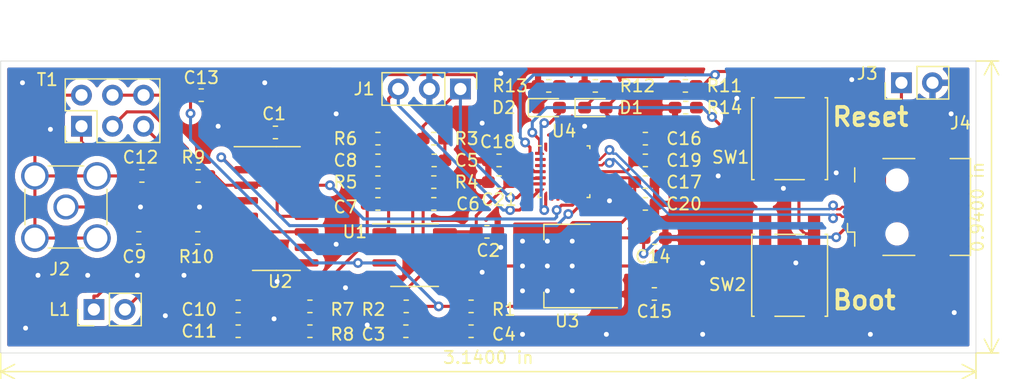
<source format=kicad_pcb>
(kicad_pcb (version 20171130) (host pcbnew 5.1.5-52549c5~86~ubuntu19.10.1)
  (layers (0 F.Cu signal) (31 B.Cu signal) (34 B.Paste user) (35 F.Paste user) (36 B.SilkS user) (37 F.SilkS user) (38 B.Mask user) (39 F.Mask user) (44 Edge.Cuts user))
  (net 0 "")
  (net 1 GND)
  (net 2 +3V3)
  (net 3 "Net-(C13-Pad1)")
  (net 4 "Net-(C5-Pad2)")
  (net 5 "Net-(C5-Pad1)")
  (net 6 "Net-(C6-Pad2)")
  (net 7 "Net-(C7-Pad2)")
  (net 8 "Net-(C7-Pad1)")
  (net 9 "Net-(C8-Pad1)")
  (net 10 "Net-(C9-Pad2)")
  (net 11 "Net-(C9-Pad1)")
  (net 12 "Net-(C10-Pad1)")
  (net 13 "Net-(C11-Pad1)")
  (net 14 "Net-(C12-Pad2)")
  (net 15 "Net-(C12-Pad1)")
  (net 16 VBUS)
  (net 17 "Net-(D1-Pad1)")
  (net 18 LED)
  (net 19 "Net-(D2-Pad1)")
  (net 20 Q)
  (net 21 I)
  (net 22 "Net-(J4-Pad4)")
  (net 23 "Net-(J4-Pad6)")
  (net 24 "Net-(R9-Pad2)")
  (net 25 "Net-(R9-Pad1)")
  (net 26 "Net-(R10-Pad2)")
  (net 27 "Net-(R10-Pad1)")
  (net 28 "Net-(R11-Pad2)")
  (net 29 /BOOT0)
  (net 30 CLK0)
  (net 31 "Net-(U2-Pad13)")
  (net 32 "Net-(U2-Pad10)")
  (net 33 "Net-(U2-Pad5)")
  (net 34 "Net-(U2-Pad4)")
  (net 35 CLK1)
  (net 36 "Net-(U4-Pad28)")
  (net 37 "Net-(U4-Pad27)")
  (net 38 "Net-(U4-Pad26)")
  (net 39 "Net-(U4-Pad25)")
  (net 40 "Net-(U4-Pad24)")
  (net 41 "Net-(U4-Pad23)")
  (net 42 "Net-(U4-Pad22)")
  (net 43 "Net-(U4-Pad21)")
  (net 44 "Net-(U4-Pad15)")
  (net 45 "Net-(U4-Pad12)")
  (net 46 "Net-(U4-Pad11)")
  (net 47 "Net-(U4-Pad10)")
  (net 48 "Net-(U4-Pad9)")
  (net 49 "Net-(U4-Pad3)")
  (net 50 "Net-(U4-Pad2)")
  (net 51 /USB+)
  (net 52 /USB-)
  (module Connector_PinHeader_2.54mm:PinHeader_1x02_P2.54mm_Vertical (layer F.Cu) (at 87.884 13.97 90)
    (fp_text reference J3 (at 0.762 -2.794) (layer F.SilkS))
    (fp_text value Conn_01x02_Male)
    (pad 2 thru_hole oval (at 0 2.54 90) (size 1.7 1.7) (drill 1) (layers *.Cu *.Mask) (net 1 GND))
    (pad 1 thru_hole rect (at 0 0 90) (size 1.7 1.7) (drill 1) (layers *.Cu *.Mask) (net 16 VBUS))
  )
  (module Connector_PinHeader_2.54mm:PinHeader_1x03_P2.54mm_Vertical (layer F.Cu) (at 51.816 14.478 270)
    (fp_text reference J1 (at 0 7.874 180) (layer F.SilkS))
    (fp_text value Conn_01x03_Male)
    (pad 3 thru_hole oval (at 0 5.08 270) (size 1.7 1.7) (drill 1) (layers *.Cu *.Mask) (net 20 Q))
    (pad 2 thru_hole oval (at 0 2.54 270) (size 1.7 1.7) (drill 1) (layers *.Cu *.Mask) (net 1 GND))
    (pad 1 thru_hole rect (at 0 0 270) (size 1.7 1.7) (drill 1) (layers *.Cu *.Mask) (net 21 I))
  )
  (module Connector_PinHeader_2.54mm:PinHeader_1x02_P2.54mm_Vertical (layer F.Cu) (at 21.844 32.512 90)
    (fp_text reference L1 (at 0 -2.794 180) (layer F.SilkS))
    (fp_text value 3.9u)
    (pad 2 thru_hole oval (at 0 2.54 90) (size 1.7 1.7) (drill 1) (layers *.Cu *.Mask) (net 15 "Net-(C12-Pad1)"))
    (pad 1 thru_hole rect (at 0 0 90) (size 1.7 1.7) (drill 1) (layers *.Cu *.Mask) (net 11 "Net-(C9-Pad1)"))
  )
  (module Connector_PinHeader_2.54mm:PinHeader_2x03_P2.54mm_Vertical (layer F.Cu) (at 20.828 17.526 90)
    (fp_text reference T1 (at 3.81 -2.794 180) (layer F.SilkS))
    (fp_text value 6.8u)
    (pad 6 thru_hole oval (at 2.54 5.08 90) (size 1.7 1.7) (drill 1) (layers *.Cu *.Mask) (net 3 "Net-(C13-Pad1)"))
    (pad 5 thru_hole oval (at 0 5.08 90) (size 1.7 1.7) (drill 1) (layers *.Cu *.Mask) (net 26 "Net-(R10-Pad2)"))
    (pad 4 thru_hole oval (at 2.54 2.54 90) (size 1.7 1.7) (drill 1) (layers *.Cu *.Mask) (net 3 "Net-(C13-Pad1)"))
    (pad 3 thru_hole oval (at 0 2.54 90) (size 1.7 1.7) (drill 1) (layers *.Cu *.Mask) (net 24 "Net-(R9-Pad2)"))
    (pad 2 thru_hole oval (at 2.54 0 90) (size 1.7 1.7) (drill 1) (layers *.Cu *.Mask) (net 14 "Net-(C12-Pad2)"))
    (pad 1 thru_hole rect (at 0 0 90) (size 1.7 1.7) (drill 1) (layers *.Cu *.Mask) (net 15 "Net-(C12-Pad1)"))
  )
  (module Button_Switch_SMD:SW_SPST_EVQQ2 (layer F.Cu) (at 78.74 29.718 90)
    (fp_text reference SW2 (at -0.762 -5.08) (layer F.SilkS))
    (fp_text value DFU)
    (pad 2 smd rect (at 3.4 2 90) (size 3.2 1) (layers F.Cu F.Paste F.Mask) (net 29 /BOOT0))
    (pad 2 smd rect (at -3.4 2 90) (size 3.2 1) (layers F.Cu F.Paste F.Mask) (net 29 /BOOT0))
    (pad 1 smd rect (at -3.4 -2 90) (size 3.2 1) (layers F.Cu F.Paste F.Mask) (net 2 +3V3))
    (pad 1 smd rect (at 3.4 -2 90) (size 3.2 1) (layers F.Cu F.Paste F.Mask) (net 2 +3V3))
  )
  (module Button_Switch_SMD:SW_SPST_EVQQ2 (layer F.Cu) (at 78.74 18.542 90)
    (fp_text reference SW1 (at -1.524 -4.826) (layer F.SilkS))
    (fp_text value RST)
    (pad 2 smd rect (at 3.4 2 90) (size 3.2 1) (layers F.Cu F.Paste F.Mask) (net 28 "Net-(R11-Pad2)"))
    (pad 2 smd rect (at -3.4 2 90) (size 3.2 1) (layers F.Cu F.Paste F.Mask) (net 28 "Net-(R11-Pad2)"))
    (pad 1 smd rect (at -3.4 -2 90) (size 3.2 1) (layers F.Cu F.Paste F.Mask) (net 1 GND))
    (pad 1 smd rect (at 3.4 -2 90) (size 3.2 1) (layers F.Cu F.Paste F.Mask) (net 1 GND))
  )
  (module Connector_Coaxial:SMA_Amphenol_901-144_Vertical (layer F.Cu) (at 19.558 24.13 180)
    (fp_text reference J2 (at 0.508 -5.08) (layer F.SilkS))
    (fp_text value Conn_Coaxial)
    (pad 2 thru_hole circle (at -2.54 2.54 180) (size 2.25 2.25) (drill 1.7) (layers *.Cu *.Mask) (net 14 "Net-(C12-Pad2)"))
    (pad 2 thru_hole circle (at -2.54 -2.54 180) (size 2.25 2.25) (drill 1.7) (layers *.Cu *.Mask) (net 14 "Net-(C12-Pad2)"))
    (pad 2 thru_hole circle (at 2.54 -2.54 180) (size 2.25 2.25) (drill 1.7) (layers *.Cu *.Mask) (net 14 "Net-(C12-Pad2)"))
    (pad 2 thru_hole circle (at 2.54 2.54 180) (size 2.25 2.25) (drill 1.7) (layers *.Cu *.Mask) (net 14 "Net-(C12-Pad2)"))
    (pad 1 thru_hole circle (at 0 0 180) (size 2.05 2.05) (drill 1.5) (layers *.Cu *.Mask) (net 10 "Net-(C9-Pad2)"))
  )
  (module Connector_USB:USB_Mini-B_Wuerth_65100516121_Horizontal (layer F.Cu) (at 87.524 24.13 90)
    (fp_text reference J4 (at 6.858 5.186) (layer F.SilkS))
    (fp_text value USB_B_Mini)
    (pad "" np_thru_hole circle (at 2.2 0 90) (size 0.9 0.9) (drill 0.9) (layers *.Cu *.Mask))
    (pad "" np_thru_hole circle (at -2.2 0 90) (size 0.9 0.9) (drill 0.9) (layers *.Cu *.Mask))
    (pad 5 smd rect (at 1.6 -2.6 90) (size 0.5 2.5) (layers F.Cu F.Paste F.Mask) (net 1 GND))
    (pad 4 smd rect (at 0.8 -2.6 90) (size 0.5 2.5) (layers F.Cu F.Paste F.Mask) (net 22 "Net-(J4-Pad4)"))
    (pad 3 smd rect (at 0 -2.6 90) (size 0.5 2.5) (layers F.Cu F.Paste F.Mask) (net 51 /USB+))
    (pad 2 smd rect (at -0.8 -2.6 90) (size 0.5 2.5) (layers F.Cu F.Paste F.Mask) (net 52 /USB-))
    (pad 1 smd rect (at -1.6 -2.6 90) (size 0.5 2.5) (layers F.Cu F.Paste F.Mask) (net 16 VBUS))
    (pad 6 smd rect (at 4.4 -2.6 90) (size 2 2.5) (layers F.Cu F.Paste F.Mask) (net 23 "Net-(J4-Pad6)"))
    (pad 6 smd rect (at -4.4 -2.6 90) (size 2 2.5) (layers F.Cu F.Paste F.Mask) (net 23 "Net-(J4-Pad6)"))
    (pad 6 smd rect (at 4.4 2.9 90) (size 2 2.5) (layers F.Cu F.Paste F.Mask) (net 23 "Net-(J4-Pad6)"))
    (pad 6 smd rect (at -4.4 2.9 90) (size 2 2.5) (layers F.Cu F.Paste F.Mask) (net 23 "Net-(J4-Pad6)"))
  )
  (module Package_DFN_QFN:QFN-28_4x4mm_P0.5mm (layer F.Cu) (at 60.2925 21.2415)
    (fp_text reference U4 (at 0 -3.32) (layer F.SilkS))
    (fp_text value STM32F042G4Ux)
    (pad 28 smd custom (at -1.5 -1.9975) (size 0.136863 0.136863) (layers F.Cu F.Paste F.Mask) (net 36 "Net-(U4-Pad28)") (options (clearance outline) (anchor circle)) (primitives (gr_poly (pts (xy -0.08 -0.3325) (xy 0.08 -0.3325) (xy 0.08 0.3325) (xy 0.05364 0.3325) (xy -0.08 0.19886)) (width 0.09))))
    (pad 27 smd roundrect (at -1 -1.9375) (size 0.25 0.875) (layers F.Cu F.Paste F.Mask) (net 37 "Net-(U4-Pad27)"))
    (pad 26 smd roundrect (at -0.5 -1.9375) (size 0.25 0.875) (layers F.Cu F.Paste F.Mask) (net 38 "Net-(U4-Pad26)"))
    (pad 25 smd roundrect (at 0 -1.9375) (size 0.25 0.875) (layers F.Cu F.Paste F.Mask) (net 39 "Net-(U4-Pad25)"))
    (pad 24 smd roundrect (at 0.5 -1.9375) (size 0.25 0.875) (layers F.Cu F.Paste F.Mask) (net 40 "Net-(U4-Pad24)"))
    (pad 23 smd roundrect (at 1 -1.9375) (size 0.25 0.875) (layers F.Cu F.Paste F.Mask) (net 41 "Net-(U4-Pad23)"))
    (pad 22 smd custom (at 1.5 -1.9975) (size 0.136863 0.136863) (layers F.Cu F.Paste F.Mask) (net 42 "Net-(U4-Pad22)") (options (clearance outline) (anchor circle)) (primitives (gr_poly (pts (xy -0.08 -0.3325) (xy 0.08 -0.3325) (xy 0.08 0.19886) (xy -0.05364 0.3325) (xy -0.08 0.3325)) (width 0.09))))
    (pad 21 smd custom (at 1.9975 -1.5) (size 0.136863 0.136863) (layers F.Cu F.Paste F.Mask) (net 43 "Net-(U4-Pad21)") (options (clearance outline) (anchor circle)) (primitives (gr_poly (pts (xy -0.3325 0.05364) (xy -0.19886 -0.08) (xy 0.3325 -0.08) (xy 0.3325 0.08) (xy -0.3325 0.08)) (width 0.09))))
    (pad 20 smd roundrect (at 1.9375 -1) (size 0.875 0.25) (layers F.Cu F.Paste F.Mask) (net 51 /USB+))
    (pad 19 smd roundrect (at 1.9375 -0.5) (size 0.875 0.25) (layers F.Cu F.Paste F.Mask) (net 52 /USB-))
    (pad 18 smd roundrect (at 1.9375 0) (size 0.875 0.25) (layers F.Cu F.Paste F.Mask) (net 2 +3V3))
    (pad 17 smd roundrect (at 1.9375 0.5) (size 0.875 0.25) (layers F.Cu F.Paste F.Mask) (net 2 +3V3))
    (pad 16 smd roundrect (at 1.9375 1) (size 0.875 0.25) (layers F.Cu F.Paste F.Mask) (net 1 GND))
    (pad 15 smd custom (at 1.9975 1.5) (size 0.136863 0.136863) (layers F.Cu F.Paste F.Mask) (net 44 "Net-(U4-Pad15)") (options (clearance outline) (anchor circle)) (primitives (gr_poly (pts (xy -0.3325 -0.08) (xy 0.3325 -0.08) (xy 0.3325 0.08) (xy -0.19886 0.08) (xy -0.3325 -0.05364)) (width 0.09))))
    (pad 14 smd custom (at 1.5 1.9975) (size 0.136863 0.136863) (layers F.Cu F.Paste F.Mask) (net 35 CLK1) (options (clearance outline) (anchor circle)) (primitives (gr_poly (pts (xy -0.08 -0.3325) (xy -0.05364 -0.3325) (xy 0.08 -0.19886) (xy 0.08 0.3325) (xy -0.08 0.3325)) (width 0.09))))
    (pad 13 smd roundrect (at 1 1.9375) (size 0.25 0.875) (layers F.Cu F.Paste F.Mask) (net 30 CLK0))
    (pad 12 smd roundrect (at 0.5 1.9375) (size 0.25 0.875) (layers F.Cu F.Paste F.Mask) (net 45 "Net-(U4-Pad12)"))
    (pad 11 smd roundrect (at 0 1.9375) (size 0.25 0.875) (layers F.Cu F.Paste F.Mask) (net 46 "Net-(U4-Pad11)"))
    (pad 10 smd roundrect (at -0.5 1.9375) (size 0.25 0.875) (layers F.Cu F.Paste F.Mask) (net 47 "Net-(U4-Pad10)"))
    (pad 9 smd roundrect (at -1 1.9375) (size 0.25 0.875) (layers F.Cu F.Paste F.Mask) (net 48 "Net-(U4-Pad9)"))
    (pad 8 smd custom (at -1.5 1.9975) (size 0.136863 0.136863) (layers F.Cu F.Paste F.Mask) (net 18 LED) (options (clearance outline) (anchor circle)) (primitives (gr_poly (pts (xy -0.08 -0.19886) (xy 0.05364 -0.3325) (xy 0.08 -0.3325) (xy 0.08 0.3325) (xy -0.08 0.3325)) (width 0.09))))
    (pad 7 smd custom (at -1.9975 1.5) (size 0.136863 0.136863) (layers F.Cu F.Paste F.Mask) (net 20 Q) (options (clearance outline) (anchor circle)) (primitives (gr_poly (pts (xy -0.3325 -0.08) (xy 0.3325 -0.08) (xy 0.3325 -0.05364) (xy 0.19886 0.08) (xy -0.3325 0.08)) (width 0.09))))
    (pad 6 smd roundrect (at -1.9375 1) (size 0.875 0.25) (layers F.Cu F.Paste F.Mask) (net 21 I))
    (pad 5 smd roundrect (at -1.9375 0.5) (size 0.875 0.25) (layers F.Cu F.Paste F.Mask) (net 2 +3V3))
    (pad 4 smd roundrect (at -1.9375 0) (size 0.875 0.25) (layers F.Cu F.Paste F.Mask) (net 28 "Net-(R11-Pad2)"))
    (pad 3 smd roundrect (at -1.9375 -0.5) (size 0.875 0.25) (layers F.Cu F.Paste F.Mask) (net 49 "Net-(U4-Pad3)"))
    (pad 2 smd roundrect (at -1.9375 -1) (size 0.875 0.25) (layers F.Cu F.Paste F.Mask) (net 50 "Net-(U4-Pad2)"))
    (pad 1 smd custom (at -1.9975 -1.5) (size 0.136863 0.136863) (layers F.Cu F.Paste F.Mask) (net 29 /BOOT0) (options (clearance outline) (anchor circle)) (primitives (gr_poly (pts (xy -0.3325 -0.08) (xy 0.19886 -0.08) (xy 0.3325 0.05364) (xy 0.3325 0.08) (xy -0.3325 0.08)) (width 0.09))))
  )
  (module Package_TO_SOT_SMD:SOT-223-3_TabPin2 (layer F.Cu) (at 60.554 28.956 180)
    (fp_text reference U3 (at 0 -4.5) (layer F.SilkS))
    (fp_text value NCP1117-3.3_SOT223)
    (pad 1 smd rect (at -3.15 -2.3 180) (size 2 1.5) (layers F.Cu F.Paste F.Mask) (net 1 GND))
    (pad 3 smd rect (at -3.15 2.3 180) (size 2 1.5) (layers F.Cu F.Paste F.Mask) (net 16 VBUS))
    (pad 2 smd rect (at -3.15 0 180) (size 2 1.5) (layers F.Cu F.Paste F.Mask) (net 2 +3V3))
    (pad 2 smd rect (at 3.15 0 180) (size 2 3.8) (layers F.Cu F.Paste F.Mask) (net 2 +3V3))
  )
  (module Package_SO:SOIC-16_3.9x9.9mm_P1.27mm (layer F.Cu) (at 36.765 24.257)
    (fp_text reference U2 (at 0.319 5.969) (layer F.SilkS))
    (fp_text value SN74CBT3253)
    (pad 16 smd roundrect (at 2.475 -4.445) (size 1.95 0.6) (layers F.Cu F.Paste F.Mask) (net 2 +3V3))
    (pad 15 smd roundrect (at 2.475 -3.175) (size 1.95 0.6) (layers F.Cu F.Paste F.Mask) (net 1 GND))
    (pad 14 smd roundrect (at 2.475 -1.905) (size 1.95 0.6) (layers F.Cu F.Paste F.Mask) (net 30 CLK0))
    (pad 13 smd roundrect (at 2.475 -0.635) (size 1.95 0.6) (layers F.Cu F.Paste F.Mask) (net 31 "Net-(U2-Pad13)"))
    (pad 12 smd roundrect (at 2.475 0.635) (size 1.95 0.6) (layers F.Cu F.Paste F.Mask) (net 25 "Net-(R9-Pad1)"))
    (pad 11 smd roundrect (at 2.475 1.905) (size 1.95 0.6) (layers F.Cu F.Paste F.Mask) (net 27 "Net-(R10-Pad1)"))
    (pad 10 smd roundrect (at 2.475 3.175) (size 1.95 0.6) (layers F.Cu F.Paste F.Mask) (net 32 "Net-(U2-Pad10)"))
    (pad 9 smd roundrect (at 2.475 4.445) (size 1.95 0.6) (layers F.Cu F.Paste F.Mask) (net 12 "Net-(C10-Pad1)"))
    (pad 8 smd roundrect (at -2.475 4.445) (size 1.95 0.6) (layers F.Cu F.Paste F.Mask) (net 1 GND))
    (pad 7 smd roundrect (at -2.475 3.175) (size 1.95 0.6) (layers F.Cu F.Paste F.Mask) (net 13 "Net-(C11-Pad1)"))
    (pad 6 smd roundrect (at -2.475 1.905) (size 1.95 0.6) (layers F.Cu F.Paste F.Mask) (net 27 "Net-(R10-Pad1)"))
    (pad 5 smd roundrect (at -2.475 0.635) (size 1.95 0.6) (layers F.Cu F.Paste F.Mask) (net 33 "Net-(U2-Pad5)"))
    (pad 4 smd roundrect (at -2.475 -0.635) (size 1.95 0.6) (layers F.Cu F.Paste F.Mask) (net 34 "Net-(U2-Pad4)"))
    (pad 3 smd roundrect (at -2.475 -1.905) (size 1.95 0.6) (layers F.Cu F.Paste F.Mask) (net 25 "Net-(R9-Pad1)"))
    (pad 2 smd roundrect (at -2.475 -3.175) (size 1.95 0.6) (layers F.Cu F.Paste F.Mask) (net 35 CLK1))
    (pad 1 smd roundrect (at -2.475 -4.445) (size 1.95 0.6) (layers F.Cu F.Paste F.Mask) (net 1 GND))
  )
  (module Package_SO:SOIC-8_3.9x4.9mm_P1.27mm (layer F.Cu) (at 48.071 28.067)
    (fp_text reference U1 (at -4.891 -1.905) (layer F.SilkS))
    (fp_text value LT6231)
    (pad 8 smd roundrect (at 2.475 -1.905) (size 1.95 0.6) (layers F.Cu F.Paste F.Mask) (net 2 +3V3))
    (pad 7 smd roundrect (at 2.475 -0.635) (size 1.95 0.6) (layers F.Cu F.Paste F.Mask) (net 4 "Net-(C5-Pad2)"))
    (pad 6 smd roundrect (at 2.475 0.635) (size 1.95 0.6) (layers F.Cu F.Paste F.Mask) (net 6 "Net-(C6-Pad2)"))
    (pad 5 smd roundrect (at 2.475 1.905) (size 1.95 0.6) (layers F.Cu F.Paste F.Mask) (net 3 "Net-(C13-Pad1)"))
    (pad 4 smd roundrect (at -2.475 1.905) (size 1.95 0.6) (layers F.Cu F.Paste F.Mask) (net 1 GND))
    (pad 3 smd roundrect (at -2.475 0.635) (size 1.95 0.6) (layers F.Cu F.Paste F.Mask) (net 3 "Net-(C13-Pad1)"))
    (pad 2 smd roundrect (at -2.475 -0.635) (size 1.95 0.6) (layers F.Cu F.Paste F.Mask) (net 7 "Net-(C7-Pad2)"))
    (pad 1 smd roundrect (at -2.475 -1.905) (size 1.95 0.6) (layers F.Cu F.Paste F.Mask) (net 8 "Net-(C7-Pad1)"))
  )
  (module Resistor_SMD:R_0603_1608Metric_Pad1.05x0.95mm_HandSolder (layer F.Cu) (at 70.245 16.002 180)
    (fp_text reference R14 (at -3.161 0) (layer F.SilkS))
    (fp_text value 10k)
    (pad 2 smd roundrect (at 0.875 0 180) (size 1.05 0.95) (layers F.Cu F.Paste F.Mask) (net 1 GND))
    (pad 1 smd roundrect (at -0.875 0 180) (size 1.05 0.95) (layers F.Cu F.Paste F.Mask) (net 29 /BOOT0))
  )
  (module Resistor_SMD:R_0603_1608Metric_Pad1.05x0.95mm_HandSolder (layer F.Cu) (at 59.041 14.224 180)
    (fp_text reference R13 (at 3.161 0) (layer F.SilkS))
    (fp_text value 140)
    (pad 2 smd roundrect (at 0.875 0 180) (size 1.05 0.95) (layers F.Cu F.Paste F.Mask) (net 1 GND))
    (pad 1 smd roundrect (at -0.875 0 180) (size 1.05 0.95) (layers F.Cu F.Paste F.Mask) (net 19 "Net-(D2-Pad1)"))
  )
  (module Resistor_SMD:R_0603_1608Metric_Pad1.05x0.95mm_HandSolder (layer F.Cu) (at 62.851 14.224 180)
    (fp_text reference R12 (at -3.443 0) (layer F.SilkS))
    (fp_text value 140)
    (pad 2 smd roundrect (at 0.875 0 180) (size 1.05 0.95) (layers F.Cu F.Paste F.Mask) (net 1 GND))
    (pad 1 smd roundrect (at -0.875 0 180) (size 1.05 0.95) (layers F.Cu F.Paste F.Mask) (net 17 "Net-(D1-Pad1)"))
  )
  (module Resistor_SMD:R_0603_1608Metric_Pad1.05x0.95mm_HandSolder (layer F.Cu) (at 70.217 14.224)
    (fp_text reference R11 (at 3.189 0) (layer F.SilkS))
    (fp_text value 10k)
    (pad 2 smd roundrect (at 0.875 0) (size 1.05 0.95) (layers F.Cu F.Paste F.Mask) (net 28 "Net-(R11-Pad2)"))
    (pad 1 smd roundrect (at -0.875 0) (size 1.05 0.95) (layers F.Cu F.Paste F.Mask) (net 2 +3V3))
  )
  (module Resistor_SMD:R_0603_1608Metric_Pad1.05x0.95mm_HandSolder (layer F.Cu) (at 30.339 26.67 180)
    (fp_text reference R10 (at 0.113 -1.524) (layer F.SilkS))
    (fp_text value 10)
    (pad 2 smd roundrect (at 0.875 0 180) (size 1.05 0.95) (layers F.Cu F.Paste F.Mask) (net 26 "Net-(R10-Pad2)"))
    (pad 1 smd roundrect (at -0.875 0 180) (size 1.05 0.95) (layers F.Cu F.Paste F.Mask) (net 27 "Net-(R10-Pad1)"))
  )
  (module Resistor_SMD:R_0603_1608Metric_Pad1.05x0.95mm_HandSolder (layer F.Cu) (at 30.367 21.59 180)
    (fp_text reference R9 (at 0.395 1.524) (layer F.SilkS))
    (fp_text value 10)
    (pad 2 smd roundrect (at 0.875 0 180) (size 1.05 0.95) (layers F.Cu F.Paste F.Mask) (net 24 "Net-(R9-Pad2)"))
    (pad 1 smd roundrect (at -0.875 0 180) (size 1.05 0.95) (layers F.Cu F.Paste F.Mask) (net 25 "Net-(R9-Pad1)"))
  )
  (module Resistor_SMD:R_0603_1608Metric_Pad1.05x0.95mm_HandSolder (layer F.Cu) (at 39.511 34.29 180)
    (fp_text reference R8 (at -2.653 -0.254) (layer F.SilkS))
    (fp_text value 49.9)
    (pad 2 smd roundrect (at 0.875 0 180) (size 1.05 0.95) (layers F.Cu F.Paste F.Mask) (net 13 "Net-(C11-Pad1)"))
    (pad 1 smd roundrect (at -0.875 0 180) (size 1.05 0.95) (layers F.Cu F.Paste F.Mask) (net 6 "Net-(C6-Pad2)"))
  )
  (module Resistor_SMD:R_0603_1608Metric_Pad1.05x0.95mm_HandSolder (layer F.Cu) (at 39.511 32.258 180)
    (fp_text reference R7 (at -2.653 -0.254) (layer F.SilkS))
    (fp_text value 49.9)
    (pad 2 smd roundrect (at 0.875 0 180) (size 1.05 0.95) (layers F.Cu F.Paste F.Mask) (net 12 "Net-(C10-Pad1)"))
    (pad 1 smd roundrect (at -0.875 0 180) (size 1.05 0.95) (layers F.Cu F.Paste F.Mask) (net 7 "Net-(C7-Pad2)"))
  )
  (module Resistor_SMD:R_0603_1608Metric_Pad1.05x0.95mm_HandSolder (layer F.Cu) (at 45.071 18.542 180)
    (fp_text reference R6 (at 2.653 0) (layer F.SilkS))
    (fp_text value 100)
    (pad 2 smd roundrect (at 0.875 0 180) (size 1.05 0.95) (layers F.Cu F.Paste F.Mask) (net 9 "Net-(C8-Pad1)"))
    (pad 1 smd roundrect (at -0.875 0 180) (size 1.05 0.95) (layers F.Cu F.Paste F.Mask) (net 20 Q))
  )
  (module Resistor_SMD:R_0603_1608Metric_Pad1.05x0.95mm_HandSolder (layer F.Cu) (at 45.071 22.098 180)
    (fp_text reference R5 (at 2.653 0) (layer F.SilkS))
    (fp_text value 4.99k)
    (pad 2 smd roundrect (at 0.875 0 180) (size 1.05 0.95) (layers F.Cu F.Paste F.Mask) (net 7 "Net-(C7-Pad2)"))
    (pad 1 smd roundrect (at -0.875 0 180) (size 1.05 0.95) (layers F.Cu F.Paste F.Mask) (net 8 "Net-(C7-Pad1)"))
  )
  (module Resistor_SMD:R_0603_1608Metric_Pad1.05x0.95mm_HandSolder (layer F.Cu) (at 49.643 22.098)
    (fp_text reference R4 (at 2.681 0) (layer F.SilkS))
    (fp_text value 4.99k)
    (pad 2 smd roundrect (at 0.875 0) (size 1.05 0.95) (layers F.Cu F.Paste F.Mask) (net 6 "Net-(C6-Pad2)"))
    (pad 1 smd roundrect (at -0.875 0) (size 1.05 0.95) (layers F.Cu F.Paste F.Mask) (net 4 "Net-(C5-Pad2)"))
  )
  (module Resistor_SMD:R_0603_1608Metric_Pad1.05x0.95mm_HandSolder (layer F.Cu) (at 49.643 18.542)
    (fp_text reference R3 (at 2.681 0) (layer F.SilkS))
    (fp_text value 100)
    (pad 2 smd roundrect (at 0.875 0) (size 1.05 0.95) (layers F.Cu F.Paste F.Mask) (net 5 "Net-(C5-Pad1)"))
    (pad 1 smd roundrect (at -0.875 0) (size 1.05 0.95) (layers F.Cu F.Paste F.Mask) (net 21 I))
  )
  (module Resistor_SMD:R_0603_1608Metric_Pad1.05x0.95mm_HandSolder (layer F.Cu) (at 47.385 32.258 180)
    (fp_text reference R2 (at 2.681 -0.254) (layer F.SilkS))
    (fp_text value 1k)
    (pad 2 smd roundrect (at 0.875 0 180) (size 1.05 0.95) (layers F.Cu F.Paste F.Mask) (net 1 GND))
    (pad 1 smd roundrect (at -0.875 0 180) (size 1.05 0.95) (layers F.Cu F.Paste F.Mask) (net 3 "Net-(C13-Pad1)"))
  )
  (module Resistor_SMD:R_0603_1608Metric_Pad1.05x0.95mm_HandSolder (layer F.Cu) (at 52.691 32.258 180)
    (fp_text reference R1 (at -2.681 -0.254) (layer F.SilkS))
    (fp_text value 1k)
    (pad 2 smd roundrect (at 0.875 0 180) (size 1.05 0.95) (layers F.Cu F.Paste F.Mask) (net 3 "Net-(C13-Pad1)"))
    (pad 1 smd roundrect (at -0.875 0 180) (size 1.05 0.95) (layers F.Cu F.Paste F.Mask) (net 2 +3V3))
  )
  (module LED_SMD:LED_0603_1608Metric_Pad1.05x0.95mm_HandSolder (layer F.Cu) (at 59.041 16.002)
    (fp_text reference D2 (at -3.669 0) (layer F.SilkS))
    (fp_text value GREEN)
    (pad 2 smd roundrect (at 0.875 0) (size 1.05 0.95) (layers F.Cu F.Paste F.Mask) (net 18 LED))
    (pad 1 smd roundrect (at -0.875 0) (size 1.05 0.95) (layers F.Cu F.Paste F.Mask) (net 19 "Net-(D2-Pad1)"))
  )
  (module LED_SMD:LED_0603_1608Metric_Pad1.05x0.95mm_HandSolder (layer F.Cu) (at 62.851 16.002)
    (fp_text reference D1 (at 2.935 0) (layer F.SilkS))
    (fp_text value RED)
    (pad 2 smd roundrect (at 0.875 0) (size 1.05 0.95) (layers F.Cu F.Paste F.Mask) (net 2 +3V3))
    (pad 1 smd roundrect (at -0.875 0) (size 1.05 0.95) (layers F.Cu F.Paste F.Mask) (net 17 "Net-(D1-Pad1)"))
  )
  (module Capacitor_SMD:C_0603_1608Metric_Pad1.05x0.95mm_HandSolder (layer F.Cu) (at 54.977 22.098 180)
    (fp_text reference C21 (at 0 -1.43) (layer F.SilkS))
    (fp_text value 4.7u)
    (pad 2 smd roundrect (at 0.875 0 180) (size 1.05 0.95) (layers F.Cu F.Paste F.Mask) (net 1 GND))
    (pad 1 smd roundrect (at -0.875 0 180) (size 1.05 0.95) (layers F.Cu F.Paste F.Mask) (net 2 +3V3))
  )
  (module Capacitor_SMD:C_0603_1608Metric_Pad1.05x0.95mm_HandSolder (layer F.Cu) (at 66.943 23.876)
    (fp_text reference C20 (at 3.161 0) (layer F.SilkS))
    (fp_text value 4.7u)
    (pad 2 smd roundrect (at 0.875 0) (size 1.05 0.95) (layers F.Cu F.Paste F.Mask) (net 1 GND))
    (pad 1 smd roundrect (at -0.875 0) (size 1.05 0.95) (layers F.Cu F.Paste F.Mask) (net 2 +3V3))
  )
  (module Capacitor_SMD:C_0603_1608Metric_Pad1.05x0.95mm_HandSolder (layer F.Cu) (at 66.943 20.32)
    (fp_text reference C19 (at 3.161 0) (layer F.SilkS))
    (fp_text value 4.7u)
    (pad 2 smd roundrect (at 0.875 0) (size 1.05 0.95) (layers F.Cu F.Paste F.Mask) (net 1 GND))
    (pad 1 smd roundrect (at -0.875 0) (size 1.05 0.95) (layers F.Cu F.Paste F.Mask) (net 2 +3V3))
  )
  (module Capacitor_SMD:C_0603_1608Metric_Pad1.05x0.95mm_HandSolder (layer F.Cu) (at 54.977 20.32 180)
    (fp_text reference C18 (at 0.113 1.524) (layer F.SilkS))
    (fp_text value 100n)
    (pad 2 smd roundrect (at 0.875 0 180) (size 1.05 0.95) (layers F.Cu F.Paste F.Mask) (net 1 GND))
    (pad 1 smd roundrect (at -0.875 0 180) (size 1.05 0.95) (layers F.Cu F.Paste F.Mask) (net 2 +3V3))
  )
  (module Capacitor_SMD:C_0603_1608Metric_Pad1.05x0.95mm_HandSolder (layer F.Cu) (at 66.943 22.098)
    (fp_text reference C17 (at 3.161 0) (layer F.SilkS))
    (fp_text value 100n)
    (pad 2 smd roundrect (at 0.875 0) (size 1.05 0.95) (layers F.Cu F.Paste F.Mask) (net 1 GND))
    (pad 1 smd roundrect (at -0.875 0) (size 1.05 0.95) (layers F.Cu F.Paste F.Mask) (net 2 +3V3))
  )
  (module Capacitor_SMD:C_0603_1608Metric_Pad1.05x0.95mm_HandSolder (layer F.Cu) (at 66.943 18.542)
    (fp_text reference C16 (at 3.161 0) (layer F.SilkS))
    (fp_text value 100n)
    (pad 2 smd roundrect (at 0.875 0) (size 1.05 0.95) (layers F.Cu F.Paste F.Mask) (net 1 GND))
    (pad 1 smd roundrect (at -0.875 0) (size 1.05 0.95) (layers F.Cu F.Paste F.Mask) (net 2 +3V3))
  )
  (module Capacitor_SMD:C_0603_1608Metric_Pad1.05x0.95mm_HandSolder (layer F.Cu) (at 67.677 31.242 180)
    (fp_text reference C15 (at 0 -1.43) (layer F.SilkS))
    (fp_text value 10u)
    (pad 2 smd roundrect (at 0.875 0 180) (size 1.05 0.95) (layers F.Cu F.Paste F.Mask) (net 1 GND))
    (pad 1 smd roundrect (at -0.875 0 180) (size 1.05 0.95) (layers F.Cu F.Paste F.Mask) (net 2 +3V3))
  )
  (module Capacitor_SMD:C_0603_1608Metric_Pad1.05x0.95mm_HandSolder (layer F.Cu) (at 67.705 26.67)
    (fp_text reference C14 (at -0.141 1.524) (layer F.SilkS))
    (fp_text value 10u)
    (pad 2 smd roundrect (at 0.875 0) (size 1.05 0.95) (layers F.Cu F.Paste F.Mask) (net 1 GND))
    (pad 1 smd roundrect (at -0.875 0) (size 1.05 0.95) (layers F.Cu F.Paste F.Mask) (net 16 VBUS))
  )
  (module Capacitor_SMD:C_0603_1608Metric_Pad1.05x0.95mm_HandSolder (layer F.Cu) (at 30.621 14.986)
    (fp_text reference C13 (at 0 -1.43) (layer F.SilkS))
    (fp_text value 10n)
    (pad 2 smd roundrect (at 0.875 0) (size 1.05 0.95) (layers F.Cu F.Paste F.Mask) (net 1 GND))
    (pad 1 smd roundrect (at -0.875 0) (size 1.05 0.95) (layers F.Cu F.Paste F.Mask) (net 3 "Net-(C13-Pad1)"))
  )
  (module Capacitor_SMD:C_0603_1608Metric_Pad1.05x0.95mm_HandSolder (layer F.Cu) (at 25.767 21.59 180)
    (fp_text reference C12 (at 0.113 1.524) (layer F.SilkS))
    (fp_text value 5.6n)
    (pad 2 smd roundrect (at 0.875 0 180) (size 1.05 0.95) (layers F.Cu F.Paste F.Mask) (net 14 "Net-(C12-Pad2)"))
    (pad 1 smd roundrect (at -0.875 0 180) (size 1.05 0.95) (layers F.Cu F.Paste F.Mask) (net 15 "Net-(C12-Pad1)"))
  )
  (module Capacitor_SMD:C_0603_1608Metric_Pad1.05x0.95mm_HandSolder (layer F.Cu) (at 33.641 34.29 180)
    (fp_text reference C11 (at 3.189 0) (layer F.SilkS))
    (fp_text value 47n)
    (pad 2 smd roundrect (at 0.875 0 180) (size 1.05 0.95) (layers F.Cu F.Paste F.Mask) (net 1 GND))
    (pad 1 smd roundrect (at -0.875 0 180) (size 1.05 0.95) (layers F.Cu F.Paste F.Mask) (net 13 "Net-(C11-Pad1)"))
  )
  (module Capacitor_SMD:C_0603_1608Metric_Pad1.05x0.95mm_HandSolder (layer F.Cu) (at 33.641 32.258 180)
    (fp_text reference C10 (at 3.189 -0.254) (layer F.SilkS))
    (fp_text value 47n)
    (pad 2 smd roundrect (at 0.875 0 180) (size 1.05 0.95) (layers F.Cu F.Paste F.Mask) (net 1 GND))
    (pad 1 smd roundrect (at -0.875 0 180) (size 1.05 0.95) (layers F.Cu F.Paste F.Mask) (net 12 "Net-(C10-Pad1)"))
  )
  (module Capacitor_SMD:C_0603_1608Metric_Pad1.05x0.95mm_HandSolder (layer F.Cu) (at 25.513 26.67 180)
    (fp_text reference C9 (at 0.367 -1.524) (layer F.SilkS))
    (fp_text value 10n)
    (pad 2 smd roundrect (at 0.875 0 180) (size 1.05 0.95) (layers F.Cu F.Paste F.Mask) (net 10 "Net-(C9-Pad2)"))
    (pad 1 smd roundrect (at -0.875 0 180) (size 1.05 0.95) (layers F.Cu F.Paste F.Mask) (net 11 "Net-(C9-Pad1)"))
  )
  (module Capacitor_SMD:C_0603_1608Metric_Pad1.05x0.95mm_HandSolder (layer F.Cu) (at 45.071 20.32)
    (fp_text reference C8 (at -2.653 0) (layer F.SilkS))
    (fp_text value 100n)
    (pad 2 smd roundrect (at 0.875 0) (size 1.05 0.95) (layers F.Cu F.Paste F.Mask) (net 8 "Net-(C7-Pad1)"))
    (pad 1 smd roundrect (at -0.875 0) (size 1.05 0.95) (layers F.Cu F.Paste F.Mask) (net 9 "Net-(C8-Pad1)"))
  )
  (module Capacitor_SMD:C_0603_1608Metric_Pad1.05x0.95mm_HandSolder (layer F.Cu) (at 45.071 23.876 180)
    (fp_text reference C7 (at 2.653 -0.254) (layer F.SilkS))
    (fp_text value 390p)
    (pad 2 smd roundrect (at 0.875 0 180) (size 1.05 0.95) (layers F.Cu F.Paste F.Mask) (net 7 "Net-(C7-Pad2)"))
    (pad 1 smd roundrect (at -0.875 0 180) (size 1.05 0.95) (layers F.Cu F.Paste F.Mask) (net 8 "Net-(C7-Pad1)"))
  )
  (module Capacitor_SMD:C_0603_1608Metric_Pad1.05x0.95mm_HandSolder (layer F.Cu) (at 49.643 23.876)
    (fp_text reference C6 (at 2.794 0) (layer F.SilkS))
    (fp_text value 390p)
    (pad 2 smd roundrect (at 0.875 0) (size 1.05 0.95) (layers F.Cu F.Paste F.Mask) (net 6 "Net-(C6-Pad2)"))
    (pad 1 smd roundrect (at -0.875 0) (size 1.05 0.95) (layers F.Cu F.Paste F.Mask) (net 4 "Net-(C5-Pad2)"))
  )
  (module Capacitor_SMD:C_0603_1608Metric_Pad1.05x0.95mm_HandSolder (layer F.Cu) (at 49.671 20.32 180)
    (fp_text reference C5 (at -2.653 0) (layer F.SilkS))
    (fp_text value 100n)
    (pad 2 smd roundrect (at 0.875 0 180) (size 1.05 0.95) (layers F.Cu F.Paste F.Mask) (net 4 "Net-(C5-Pad2)"))
    (pad 1 smd roundrect (at -0.875 0 180) (size 1.05 0.95) (layers F.Cu F.Paste F.Mask) (net 5 "Net-(C5-Pad1)"))
  )
  (module Capacitor_SMD:C_0603_1608Metric_Pad1.05x0.95mm_HandSolder (layer F.Cu) (at 52.691 34.29)
    (fp_text reference C4 (at 2.681 0.254) (layer F.SilkS))
    (fp_text value 100n)
    (pad 2 smd roundrect (at 0.875 0) (size 1.05 0.95) (layers F.Cu F.Paste F.Mask) (net 1 GND))
    (pad 1 smd roundrect (at -0.875 0) (size 1.05 0.95) (layers F.Cu F.Paste F.Mask) (net 3 "Net-(C13-Pad1)"))
  )
  (module Capacitor_SMD:C_0603_1608Metric_Pad1.05x0.95mm_HandSolder (layer F.Cu) (at 47.357 34.29 180)
    (fp_text reference C3 (at 2.653 -0.254) (layer F.SilkS))
    (fp_text value 4.7u)
    (pad 2 smd roundrect (at 0.875 0 180) (size 1.05 0.95) (layers F.Cu F.Paste F.Mask) (net 1 GND))
    (pad 1 smd roundrect (at -0.875 0 180) (size 1.05 0.95) (layers F.Cu F.Paste F.Mask) (net 3 "Net-(C13-Pad1)"))
  )
  (module Capacitor_SMD:C_0603_1608Metric_Pad1.05x0.95mm_HandSolder (layer F.Cu) (at 53.989 26.162)
    (fp_text reference C2 (at 0.113 1.524) (layer F.SilkS))
    (fp_text value 100n)
    (pad 2 smd roundrect (at 0.875 0) (size 1.05 0.95) (layers F.Cu F.Paste F.Mask) (net 1 GND))
    (pad 1 smd roundrect (at -0.875 0) (size 1.05 0.95) (layers F.Cu F.Paste F.Mask) (net 2 +3V3))
  )
  (module Capacitor_SMD:C_0603_1608Metric_Pad1.05x0.95mm_HandSolder (layer F.Cu) (at 36.689 18.034 180)
    (fp_text reference C1 (at 0.113 1.524) (layer F.SilkS))
    (fp_text value 100n)
    (pad 2 smd roundrect (at 0.875 0 180) (size 1.05 0.95) (layers F.Cu F.Paste F.Mask) (net 1 GND))
    (pad 1 smd roundrect (at -0.875 0 180) (size 1.05 0.95) (layers F.Cu F.Paste F.Mask) (net 2 +3V3))
  )
  (dimension 23.876 (width 0.12) (layer F.SilkS) (gr_text "23.876 mm" (at 96.52 24.13 90) (layer F.SilkS) (effects (font (size 1 1) (thickness 0.15)))) (feature1 (pts (xy 93.98 12.192) (xy 95.836421 12.192))) (feature2 (pts (xy 93.98 36.068) (xy 95.836421 36.068))) (crossbar (pts (xy 95.25 36.068) (xy 95.25 12.192))) (arrow1a (pts (xy 95.25 12.192) (xy 95.836421 13.318504))) (arrow1b (pts (xy 95.25 12.192) (xy 94.663579 13.318504))) (arrow2a (pts (xy 95.25 36.068) (xy 95.836421 34.941496))) (arrow2b (pts (xy 95.25 36.068) (xy 94.663579 34.941496))))
  (dimension 79.756 (width 0.12) (layer F.SilkS) (gr_text "79.756 mm" (at 54.102 38.861999) (layer F.SilkS) (effects (font (size 1 1) (thickness 0.15)))) (feature1 (pts (xy 93.98 36.068) (xy 93.98 38.17842))) (feature2 (pts (xy 14.224 36.068) (xy 14.224 38.17842))) (crossbar (pts (xy 14.224 37.591999) (xy 93.98 37.591999))) (arrow1a (pts (xy 93.98 37.591999) (xy 92.853496 38.17842))) (arrow1b (pts (xy 93.98 37.591999) (xy 92.853496 37.005578))) (arrow2a (pts (xy 14.224 37.591999) (xy 15.350504 38.17842))) (arrow2b (pts (xy 14.224 37.591999) (xy 15.350504 37.005578))))
  (gr_text Boot (at 84.836 31.75) (layer F.SilkS) (effects (font (size 1.5 1.5) (thickness 0.3))))
  (gr_text Reset (at 85.344 16.764) (layer F.SilkS) (effects (font (size 1.5 1.5) (thickness 0.3))))
  (gr_line (start 93.98 12.192) (end 14.224 12.192) (layer Edge.Cuts) (width 0.05))
  (gr_line (start 93.98 36.068) (end 93.98 12.192) (layer Edge.Cuts) (width 0.05))
  (gr_line (start 14.224 36.068) (end 93.98 36.068) (layer Edge.Cuts) (width 0.05))
  (gr_line (start 14.224 12.192) (end 14.224 36.068) (layer Edge.Cuts) (width 0.05))
  (via (at 35.814 13.97) (size 0.8) (drill 0.4) (layers F.Cu B.Cu) (net 1))
  (via (at 27.686 33.02) (size 0.8) (drill 0.4) (layers F.Cu B.Cu) (net 1))
  (via (at 55.118 13.208) (size 0.8) (drill 0.4) (layers F.Cu B.Cu) (net 1))
  (via (at 53.594 17.272) (size 0.8) (drill 0.4) (layers F.Cu B.Cu) (net 1))
  (via (at 64.008 23.622) (size 0.8) (drill 0.4) (layers F.Cu B.Cu) (net 1))
  (via (at 61.976 17.526) (size 0.8) (drill 0.4) (layers F.Cu B.Cu) (net 1))
  (via (at 72.898 21.59) (size 0.8) (drill 0.4) (layers F.Cu B.Cu) (net 1))
  (via (at 71.628 28.702) (size 0.8) (drill 0.4) (layers F.Cu B.Cu) (net 1))
  (via (at 78.232 22.606) (size 0.8) (drill 0.4) (layers F.Cu B.Cu) (net 1))
  (via (at 79.248 28.702) (size 0.8) (drill 0.4) (layers F.Cu B.Cu) (net 1))
  (via (at 30.48 24.13) (size 0.8) (drill 0.4) (layers F.Cu B.Cu) (net 1))
  (via (at 29.21 29.718) (size 0.8) (drill 0.4) (layers F.Cu B.Cu) (net 1))
  (via (at 25.654 24.13) (size 0.8) (drill 0.4) (layers F.Cu B.Cu) (net 1))
  (via (at 25.4 29.718) (size 0.8) (drill 0.4) (layers F.Cu B.Cu) (net 1))
  (via (at 21.336 29.718) (size 0.8) (drill 0.4) (layers F.Cu B.Cu) (net 1))
  (via (at 17.272 29.718) (size 0.8) (drill 0.4) (layers F.Cu B.Cu) (net 1))
  (via (at 18.288 17.78) (size 0.8) (drill 0.4) (layers F.Cu B.Cu) (net 1))
  (via (at 16.002 13.97) (size 0.8) (drill 0.4) (layers F.Cu B.Cu) (net 1))
  (via (at 16.256 34.036) (size 0.8) (drill 0.4) (layers F.Cu B.Cu) (net 1))
  (via (at 36.83 30.226) (size 0.8) (drill 0.4) (layers F.Cu B.Cu) (net 1))
  (via (at 36.576 33.274) (size 0.8) (drill 0.4) (layers F.Cu B.Cu) (net 1))
  (via (at 42.418 30.734) (size 0.8) (drill 0.4) (layers F.Cu B.Cu) (net 1))
  (via (at 44.196 33.782) (size 0.8) (drill 0.4) (layers F.Cu B.Cu) (net 1))
  (via (at 53.594 29.464) (size 0.8) (drill 0.4) (layers F.Cu B.Cu) (net 1))
  (segment (start 64.008 22.7495) (end 64.008 23.622) (width 0.25) (layer F.Cu) (net 1))
  (segment (start 62.23 22.2415) (end 63.5 22.2415) (width 0.25) (layer F.Cu) (net 1))
  (segment (start 63.5 22.2415) (end 64.008 22.7495) (width 0.25) (layer F.Cu) (net 1))
  (via (at 83.82 13.716) (size 0.8) (drill 0.4) (layers F.Cu B.Cu) (net 1))
  (via (at 74.422 15.24) (size 0.8) (drill 0.4) (layers F.Cu B.Cu) (net 1))
  (via (at 82.55 21.336) (size 0.8) (drill 0.4) (layers F.Cu B.Cu) (net 1))
  (via (at 91.948 16.51) (size 0.8) (drill 0.4) (layers F.Cu B.Cu) (net 1))
  (via (at 92.202 32.766) (size 0.8) (drill 0.4) (layers F.Cu B.Cu) (net 1))
  (via (at 85.344 34.544) (size 0.8) (drill 0.4) (layers F.Cu B.Cu) (net 1))
  (via (at 71.628 34.544) (size 0.8) (drill 0.4) (layers F.Cu B.Cu) (net 1))
  (via (at 63.754 34.544) (size 0.8) (drill 0.4) (layers F.Cu B.Cu) (net 1))
  (via (at 56.896 34.544) (size 0.8) (drill 0.4) (layers F.Cu B.Cu) (net 1))
  (via (at 41.656 16.51) (size 0.8) (drill 0.4) (layers F.Cu B.Cu) (net 1))
  (via (at 41.656 27.178) (size 0.8) (drill 0.4) (layers F.Cu B.Cu) (net 1))
  (via (at 32.004 17.526) (size 0.8) (drill 0.4) (layers F.Cu B.Cu) (net 1))
  (segment (start 83.115685 21.336) (end 82.55 21.336) (width 0.25) (layer F.Cu) (net 1))
  (segment (start 84.924 22.03) (end 84.23 21.336) (width 0.25) (layer F.Cu) (net 1))
  (segment (start 84.23 21.336) (end 83.115685 21.336) (width 0.25) (layer F.Cu) (net 1))
  (segment (start 84.924 22.53) (end 84.924 22.03) (width 0.25) (layer F.Cu) (net 1))
  (via (at 55.118 27.432) (size 0.8) (drill 0.4) (layers F.Cu B.Cu) (net 1))
  (segment (start 39.24 19.512) (end 39.24 19.812) (width 0.25) (layer F.Cu) (net 2))
  (segment (start 39.24 19.185) (end 39.24 19.512) (width 0.25) (layer F.Cu) (net 2))
  (segment (start 38.089 18.034) (end 39.24 19.185) (width 0.25) (layer F.Cu) (net 2))
  (segment (start 37.564 18.034) (end 38.089 18.034) (width 0.25) (layer F.Cu) (net 2))
  (segment (start 56.252 32.258) (end 56.701 31.809) (width 0.25) (layer F.Cu) (net 2))
  (segment (start 57.404 31.106) (end 57.404 28.956) (width 0.25) (layer F.Cu) (net 2))
  (segment (start 53.566 32.258) (end 56.252 32.258) (width 0.25) (layer F.Cu) (net 2))
  (segment (start 53.114 26.637) (end 53.114 26.162) (width 0.25) (layer F.Cu) (net 2))
  (segment (start 55.433 28.956) (end 53.114 26.637) (width 0.25) (layer F.Cu) (net 2))
  (segment (start 57.404 28.956) (end 56.896 28.956) (width 0.25) (layer F.Cu) (net 2))
  (segment (start 52.589 26.162) (end 50.546 26.162) (width 0.25) (layer F.Cu) (net 2))
  (segment (start 53.114 26.162) (end 52.589 26.162) (width 0.25) (layer F.Cu) (net 2))
  (segment (start 57.404 28.956) (end 57.404 26.806) (width 0.25) (layer F.Cu) (net 2))
  (segment (start 62.454 28.956) (end 60.96 28.956) (width 0.25) (layer F.Cu) (net 2))
  (segment (start 63.704 28.956) (end 62.454 28.956) (width 0.25) (layer F.Cu) (net 2))
  (segment (start 68.552 30.767) (end 68.552 31.242) (width 0.25) (layer F.Cu) (net 2))
  (segment (start 66.741 28.956) (end 68.552 30.767) (width 0.25) (layer F.Cu) (net 2))
  (segment (start 63.704 28.956) (end 66.741 28.956) (width 0.25) (layer F.Cu) (net 2))
  (segment (start 76.714 31.242) (end 69.077 31.242) (width 0.25) (layer F.Cu) (net 2))
  (segment (start 76.74 31.268) (end 76.714 31.242) (width 0.25) (layer F.Cu) (net 2))
  (segment (start 69.077 31.242) (end 68.552 31.242) (width 0.25) (layer F.Cu) (net 2))
  (segment (start 76.74 33.118) (end 76.74 31.268) (width 0.25) (layer F.Cu) (net 2))
  (segment (start 76.74 26.318) (end 76.74 33.118) (width 0.25) (layer F.Cu) (net 2))
  (segment (start 65.504 14.224) (end 63.726 16.002) (width 0.25) (layer F.Cu) (net 2))
  (segment (start 69.342 14.224) (end 65.504 14.224) (width 0.25) (layer F.Cu) (net 2))
  (segment (start 57.794 26.416) (end 58.928 26.416) (width 0.25) (layer F.Cu) (net 2))
  (segment (start 57.404 26.806) (end 57.794 26.416) (width 0.25) (layer F.Cu) (net 2))
  (segment (start 60.004688 26.416) (end 61.020688 25.4) (width 0.25) (layer F.Cu) (net 2))
  (segment (start 62.6675 21.2415) (end 62.23 21.2415) (width 0.25) (layer F.Cu) (net 2))
  (segment (start 65.3835 21.2415) (end 62.6675 21.2415) (width 0.25) (layer F.Cu) (net 2))
  (segment (start 66.305 20.32) (end 65.3835 21.2415) (width 0.25) (layer F.Cu) (net 2))
  (segment (start 63.726 16.477) (end 63.726 16.002) (width 0.25) (layer F.Cu) (net 2))
  (segment (start 65.791 18.542) (end 63.726 16.477) (width 0.25) (layer F.Cu) (net 2))
  (segment (start 55.852 20.32) (end 55.852 22.098) (width 0.25) (layer F.Cu) (net 2))
  (segment (start 56.377 22.098) (end 55.852 22.098) (width 0.25) (layer F.Cu) (net 2))
  (segment (start 56.68351 21.79149) (end 56.377 22.098) (width 0.25) (layer F.Cu) (net 2))
  (segment (start 58.34251 21.79149) (end 56.68351 21.79149) (width 0.25) (layer F.Cu) (net 2))
  (segment (start 58.355 21.779) (end 58.34251 21.79149) (width 0.25) (layer F.Cu) (net 2))
  (segment (start 58.355 21.7415) (end 58.355 21.779) (width 0.25) (layer F.Cu) (net 2))
  (segment (start 53.114 24.836) (end 53.114 26.162) (width 0.25) (layer F.Cu) (net 2))
  (segment (start 55.852 22.098) (end 53.114 24.836) (width 0.25) (layer F.Cu) (net 2))
  (segment (start 37.564 17.559) (end 37.564 18.034) (width 0.25) (layer F.Cu) (net 2))
  (segment (start 52.926001 13.302999) (end 41.820001 13.302999) (width 0.25) (layer F.Cu) (net 2))
  (segment (start 55.852 16.228998) (end 52.926001 13.302999) (width 0.25) (layer F.Cu) (net 2))
  (segment (start 41.820001 13.302999) (end 37.564 17.559) (width 0.25) (layer F.Cu) (net 2))
  (segment (start 55.852 20.32) (end 55.852 16.228998) (width 0.25) (layer F.Cu) (net 2))
  (segment (start 63.3975 21.7415) (end 62.23 21.7415) (width 0.25) (layer F.Cu) (net 2))
  (segment (start 66.4735 21.7415) (end 63.3975 21.7415) (width 0.25) (layer F.Cu) (net 2))
  (segment (start 66.068 22.098) (end 66.068 23.876) (width 0.25) (layer F.Cu) (net 2))
  (segment (start 66.068 24.351) (end 66.068 23.876) (width 0.25) (layer F.Cu) (net 2))
  (segment (start 65.019 25.4) (end 66.068 24.351) (width 0.25) (layer F.Cu) (net 2))
  (segment (start 61.020688 25.4) (end 65.019 25.4) (width 0.25) (layer F.Cu) (net 2))
  (segment (start 66.068 18.542) (end 66.068 20.32) (width 0.25) (layer F.Cu) (net 2))
  (via (at 56.896 26.924) (size 0.8) (drill 0.4) (layers F.Cu B.Cu) (net 2))
  (segment (start 56.701 31.809) (end 57.404 31.106) (width 0.25) (layer F.Cu) (net 2))
  (via (at 56.896 30.988) (size 0.8) (drill 0.4) (layers F.Cu B.Cu) (net 2))
  (via (at 60.96 30.988) (size 0.8) (drill 0.4) (layers F.Cu B.Cu) (net 2))
  (via (at 60.96 26.924) (size 0.8) (drill 0.4) (layers F.Cu B.Cu) (net 2))
  (segment (start 58.928 26.416) (end 60.004688 26.416) (width 0.25) (layer F.Cu) (net 2))
  (via (at 58.928 26.924) (size 0.8) (drill 0.4) (layers F.Cu B.Cu) (net 2))
  (via (at 58.928 30.988) (size 0.8) (drill 0.4) (layers F.Cu B.Cu) (net 2))
  (segment (start 60.96 28.956) (end 58.928 28.956) (width 0.25) (layer F.Cu) (net 2))
  (via (at 60.96 28.956) (size 0.8) (drill 0.4) (layers F.Cu B.Cu) (net 2))
  (segment (start 58.928 28.956) (end 57.404 28.956) (width 0.25) (layer F.Cu) (net 2))
  (via (at 58.928 28.956) (size 0.8) (drill 0.4) (layers F.Cu B.Cu) (net 2))
  (segment (start 56.896 28.956) (end 55.433 28.956) (width 0.25) (layer F.Cu) (net 2))
  (via (at 56.896 28.956) (size 0.8) (drill 0.4) (layers F.Cu B.Cu) (net 2))
  (segment (start 23.368 14.986) (end 25.908 14.986) (width 0.25) (layer F.Cu) (net 3))
  (segment (start 25.908 14.986) (end 29.746 14.986) (width 0.25) (layer F.Cu) (net 3))
  (segment (start 48.26 34.262) (end 48.232 34.29) (width 0.25) (layer F.Cu) (net 3))
  (segment (start 48.26 32.258) (end 48.26 34.262) (width 0.25) (layer F.Cu) (net 3))
  (segment (start 51.816 34.29) (end 51.816 32.258) (width 0.25) (layer F.Cu) (net 3))
  (segment (start 51.816 31.242) (end 50.546 29.972) (width 0.25) (layer F.Cu) (net 3))
  (segment (start 51.816 32.258) (end 51.816 31.242) (width 0.25) (layer F.Cu) (net 3))
  (segment (start 29.746 14.986) (end 29.746 16.482) (width 0.25) (layer F.Cu) (net 3))
  (via (at 29.746 16.482) (size 0.8) (drill 0.4) (layers F.Cu B.Cu) (net 3))
  (segment (start 29.746 18.627002) (end 39.820998 28.702) (width 0.25) (layer B.Cu) (net 3))
  (segment (start 29.746 16.482) (end 29.746 18.627002) (width 0.25) (layer B.Cu) (net 3))
  (via (at 43.438653 28.706653) (size 0.8) (drill 0.4) (layers F.Cu B.Cu) (net 3))
  (segment (start 39.820998 28.702) (end 43.434 28.702) (width 0.25) (layer B.Cu) (net 3))
  (segment (start 43.434 28.702) (end 43.438653 28.706653) (width 0.25) (layer B.Cu) (net 3))
  (segment (start 45.591347 28.706653) (end 45.596 28.702) (width 0.25) (layer F.Cu) (net 3))
  (segment (start 43.438653 28.706653) (end 45.591347 28.706653) (width 0.25) (layer F.Cu) (net 3))
  (segment (start 43.438653 28.706653) (end 46.486653 28.706653) (width 0.25) (layer B.Cu) (net 3))
  (via (at 50.038 32.258) (size 0.8) (drill 0.4) (layers F.Cu B.Cu) (net 3))
  (segment (start 46.486653 28.706653) (end 50.038 32.258) (width 0.25) (layer B.Cu) (net 3))
  (segment (start 48.26 32.258) (end 50.038 32.258) (width 0.25) (layer F.Cu) (net 3))
  (segment (start 50.038 32.258) (end 51.816 32.258) (width 0.25) (layer F.Cu) (net 3))
  (segment (start 48.768 22.098) (end 48.768 23.876) (width 0.25) (layer F.Cu) (net 4))
  (segment (start 48.796 22.07) (end 48.768 22.098) (width 0.25) (layer F.Cu) (net 4))
  (segment (start 48.796 20.32) (end 48.796 22.07) (width 0.25) (layer F.Cu) (net 4))
  (segment (start 48.768 26.629) (end 49.571 27.432) (width 0.25) (layer F.Cu) (net 4))
  (segment (start 49.571 27.432) (end 50.546 27.432) (width 0.25) (layer F.Cu) (net 4))
  (segment (start 48.768 23.876) (end 48.768 26.629) (width 0.25) (layer F.Cu) (net 4))
  (segment (start 50.546 18.57) (end 50.518 18.542) (width 0.25) (layer F.Cu) (net 5))
  (segment (start 50.546 20.32) (end 50.546 18.57) (width 0.25) (layer F.Cu) (net 5))
  (segment (start 50.518 22.098) (end 50.518 23.876) (width 0.25) (layer F.Cu) (net 6))
  (segment (start 40.911 34.29) (end 44.213 30.988) (width 0.25) (layer F.Cu) (net 6))
  (segment (start 40.386 34.29) (end 40.911 34.29) (width 0.25) (layer F.Cu) (net 6))
  (segment (start 47.285 30.988) (end 49.571 28.702) (width 0.25) (layer F.Cu) (net 6))
  (segment (start 44.213 30.988) (end 47.285 30.988) (width 0.25) (layer F.Cu) (net 6))
  (segment (start 49.993 22.098) (end 50.518 22.098) (width 0.25) (layer F.Cu) (net 6))
  (segment (start 49.3165 19.51999) (end 49.64601 19.8495) (width 0.25) (layer F.Cu) (net 6))
  (segment (start 47.91799 19.8775) (end 48.2755 19.51999) (width 0.25) (layer F.Cu) (net 6))
  (segment (start 49.64601 21.75101) (end 49.993 22.098) (width 0.25) (layer F.Cu) (net 6))
  (segment (start 49.64601 19.8495) (end 49.64601 21.75101) (width 0.25) (layer F.Cu) (net 6))
  (segment (start 48.2755 19.51999) (end 49.3165 19.51999) (width 0.25) (layer F.Cu) (net 6))
  (segment (start 47.91799 27.04899) (end 47.91799 19.8775) (width 0.25) (layer F.Cu) (net 6))
  (segment (start 49.571 28.702) (end 47.91799 27.04899) (width 0.25) (layer F.Cu) (net 6))
  (segment (start 50.546 28.702) (end 49.571 28.702) (width 0.25) (layer F.Cu) (net 6))
  (segment (start 44.196 23.876) (end 44.196 22.098) (width 0.25) (layer F.Cu) (net 7))
  (segment (start 40.386 31.783) (end 40.386 32.258) (width 0.25) (layer F.Cu) (net 7))
  (segment (start 40.894 31.275) (end 40.386 31.783) (width 0.25) (layer F.Cu) (net 7))
  (segment (start 40.894 31.275) (end 40.894 30.226) (width 0.25) (layer F.Cu) (net 7))
  (segment (start 43.688 27.432) (end 45.596 27.432) (width 0.25) (layer F.Cu) (net 7))
  (segment (start 40.894 30.226) (end 43.688 27.432) (width 0.25) (layer F.Cu) (net 7))
  (segment (start 44.196 26.924) (end 43.688 27.432) (width 0.25) (layer F.Cu) (net 7))
  (segment (start 44.196 23.876) (end 44.196 26.924) (width 0.25) (layer F.Cu) (net 7))
  (segment (start 45.946 23.876) (end 45.946 22.098) (width 0.25) (layer F.Cu) (net 8))
  (segment (start 45.946 20.32) (end 45.946 22.098) (width 0.25) (layer F.Cu) (net 8))
  (segment (start 45.946 25.812) (end 45.596 26.162) (width 0.25) (layer F.Cu) (net 8))
  (segment (start 45.946 23.876) (end 45.946 25.812) (width 0.25) (layer F.Cu) (net 8))
  (segment (start 44.196 20.32) (end 44.196 18.542) (width 0.25) (layer F.Cu) (net 9))
  (segment (start 19.558 24.13) (end 23.589 24.13) (width 0.25) (layer F.Cu) (net 10))
  (segment (start 24.638 25.179) (end 24.638 26.67) (width 0.25) (layer F.Cu) (net 10))
  (segment (start 23.589 24.13) (end 24.638 25.179) (width 0.25) (layer F.Cu) (net 10))
  (segment (start 21.844 32.512) (end 21.844 31.412) (width 0.25) (layer F.Cu) (net 11))
  (segment (start 26.388 27.145) (end 26.388 26.67) (width 0.25) (layer F.Cu) (net 11))
  (segment (start 22.121 31.412) (end 26.388 27.145) (width 0.25) (layer F.Cu) (net 11))
  (segment (start 21.844 31.412) (end 22.121 31.412) (width 0.25) (layer F.Cu) (net 11))
  (segment (start 38.636 32.258) (end 34.516 32.258) (width 0.25) (layer F.Cu) (net 12))
  (segment (start 38.636 29.306) (end 39.24 28.702) (width 0.25) (layer F.Cu) (net 12))
  (segment (start 38.636 32.258) (end 38.636 29.306) (width 0.25) (layer F.Cu) (net 12))
  (segment (start 34.516 34.29) (end 38.636 34.29) (width 0.25) (layer F.Cu) (net 13))
  (segment (start 33.61601 32.67852) (end 33.61601 31.15399) (width 0.25) (layer F.Cu) (net 13))
  (segment (start 34.516 34.29) (end 34.516 33.57851) (width 0.25) (layer F.Cu) (net 13))
  (segment (start 34.516 33.57851) (end 33.61601 32.67852) (width 0.25) (layer F.Cu) (net 13))
  (segment (start 35.59001 27.75701) (end 35.265 27.432) (width 0.25) (layer F.Cu) (net 13))
  (segment (start 35.59001 29.17999) (end 35.59001 27.75701) (width 0.25) (layer F.Cu) (net 13))
  (segment (start 35.265 27.432) (end 34.29 27.432) (width 0.25) (layer F.Cu) (net 13))
  (segment (start 33.61601 31.15399) (end 35.59001 29.17999) (width 0.25) (layer F.Cu) (net 13))
  (segment (start 17.018 21.59) (end 22.098 21.59) (width 0.25) (layer F.Cu) (net 14))
  (segment (start 17.018 21.59) (end 17.018 26.67) (width 0.25) (layer F.Cu) (net 14))
  (segment (start 18.60899 26.67) (end 22.098 26.67) (width 0.25) (layer F.Cu) (net 14))
  (segment (start 17.018 26.67) (end 18.60899 26.67) (width 0.25) (layer F.Cu) (net 14))
  (segment (start 20.828 14.986) (end 18.034 14.986) (width 0.25) (layer F.Cu) (net 14))
  (segment (start 17.018 16.002) (end 17.018 21.59) (width 0.25) (layer F.Cu) (net 14))
  (segment (start 18.034 14.986) (end 17.018 16.002) (width 0.25) (layer F.Cu) (net 14))
  (segment (start 22.098 21.59) (end 24.892 21.59) (width 0.25) (layer F.Cu) (net 14))
  (segment (start 27.167 21.59) (end 27.686 22.109) (width 0.25) (layer F.Cu) (net 15))
  (segment (start 26.642 21.59) (end 27.167 21.59) (width 0.25) (layer F.Cu) (net 15))
  (segment (start 27.686 29.21) (end 24.384 32.512) (width 0.25) (layer F.Cu) (net 15))
  (segment (start 27.686 22.109) (end 27.686 29.21) (width 0.25) (layer F.Cu) (net 15))
  (segment (start 20.828 17.526) (end 20.828 18.796) (width 0.25) (layer F.Cu) (net 15))
  (segment (start 20.828 18.796) (end 21.844 19.812) (width 0.25) (layer F.Cu) (net 15))
  (segment (start 26.642 21.115) (end 26.642 21.59) (width 0.25) (layer F.Cu) (net 15))
  (segment (start 25.339 19.812) (end 26.642 21.115) (width 0.25) (layer F.Cu) (net 15))
  (segment (start 21.844 19.812) (end 25.339 19.812) (width 0.25) (layer F.Cu) (net 15))
  (segment (start 66.816 26.656) (end 66.83 26.67) (width 0.25) (layer F.Cu) (net 16))
  (segment (start 63.704 26.656) (end 66.816 26.656) (width 0.25) (layer F.Cu) (net 16))
  (segment (start 83.424 25.73) (end 82.55 26.604) (width 0.25) (layer F.Cu) (net 16))
  (segment (start 84.924 25.73) (end 83.424 25.73) (width 0.25) (layer F.Cu) (net 16))
  (via (at 82.55 26.604) (size 0.8) (drill 0.4) (layers F.Cu B.Cu) (net 16))
  (segment (start 82.55 26.604) (end 68.138 26.604) (width 0.25) (layer B.Cu) (net 16))
  (via (at 66.802 27.94) (size 0.8) (drill 0.4) (layers F.Cu B.Cu) (net 16))
  (segment (start 68.138 26.604) (end 66.802 27.94) (width 0.25) (layer B.Cu) (net 16))
  (segment (start 66.802 26.698) (end 66.83 26.67) (width 0.25) (layer F.Cu) (net 16))
  (segment (start 66.802 27.94) (end 66.802 26.698) (width 0.25) (layer F.Cu) (net 16))
  (segment (start 86.499001 21.196999) (end 86.499001 25.654999) (width 0.25) (layer F.Cu) (net 16))
  (segment (start 86.424 25.73) (end 84.924 25.73) (width 0.25) (layer F.Cu) (net 16))
  (segment (start 87.884 19.812) (end 86.499001 21.196999) (width 0.25) (layer F.Cu) (net 16))
  (segment (start 86.499001 25.654999) (end 86.424 25.73) (width 0.25) (layer F.Cu) (net 16))
  (segment (start 87.884 13.97) (end 87.884 19.812) (width 0.25) (layer F.Cu) (net 16))
  (segment (start 61.976 15.974) (end 63.726 14.224) (width 0.25) (layer F.Cu) (net 17))
  (segment (start 61.976 16.002) (end 61.976 15.974) (width 0.25) (layer F.Cu) (net 17))
  (segment (start 59.916 16.477) (end 59.121 17.272) (width 0.25) (layer F.Cu) (net 18))
  (segment (start 59.916 16.002) (end 59.916 16.477) (width 0.25) (layer F.Cu) (net 18))
  (via (at 58.674 17.272) (size 0.8) (drill 0.4) (layers F.Cu B.Cu) (net 18))
  (segment (start 59.121 17.272) (end 58.674 17.272) (width 0.25) (layer F.Cu) (net 18))
  (via (at 58.674 24.384) (size 0.8) (drill 0.4) (layers F.Cu B.Cu) (net 18))
  (segment (start 58.7925 24.2655) (end 58.674 24.384) (width 0.25) (layer F.Cu) (net 18))
  (segment (start 58.7925 23.239) (end 58.7925 24.2655) (width 0.25) (layer F.Cu) (net 18))
  (segment (start 58.42 24.13) (end 58.674 24.384) (width 0.25) (layer B.Cu) (net 18))
  (segment (start 58.42 17.526) (end 58.42 24.13) (width 0.25) (layer B.Cu) (net 18))
  (segment (start 58.674 17.272) (end 58.42 17.526) (width 0.25) (layer B.Cu) (net 18))
  (segment (start 59.916 14.252) (end 58.166 16.002) (width 0.25) (layer F.Cu) (net 19))
  (segment (start 59.916 14.224) (end 59.916 14.252) (width 0.25) (layer F.Cu) (net 19))
  (segment (start 45.946 15.268) (end 46.736 14.478) (width 0.25) (layer F.Cu) (net 20))
  (segment (start 45.946 18.542) (end 45.946 15.268) (width 0.25) (layer F.Cu) (net 20))
  (segment (start 46.736 15.805685) (end 55.314315 24.384) (width 0.25) (layer B.Cu) (net 20))
  (segment (start 55.314315 24.384) (end 55.88 24.384) (width 0.25) (layer B.Cu) (net 20))
  (segment (start 46.736 14.478) (end 46.736 15.805685) (width 0.25) (layer B.Cu) (net 20))
  (segment (start 58.295 22.7415) (end 56.6525 24.384) (width 0.25) (layer F.Cu) (net 20))
  (via (at 55.88 24.384) (size 0.8) (drill 0.4) (layers F.Cu B.Cu) (net 20))
  (segment (start 56.6525 24.384) (end 55.88 24.384) (width 0.25) (layer F.Cu) (net 20))
  (segment (start 48.768 17.526) (end 51.816 14.478) (width 0.25) (layer F.Cu) (net 21))
  (segment (start 48.768 18.542) (end 48.768 17.526) (width 0.25) (layer F.Cu) (net 21))
  (segment (start 51.816 14.478) (end 51.816 19.304) (width 0.25) (layer B.Cu) (net 21))
  (via (at 55.88 23.368) (size 0.8) (drill 0.4) (layers F.Cu B.Cu) (net 21))
  (segment (start 51.816 19.304) (end 55.88 23.368) (width 0.25) (layer B.Cu) (net 21))
  (segment (start 57.9175 22.2415) (end 58.355 22.2415) (width 0.25) (layer F.Cu) (net 21))
  (segment (start 57.572185 22.2415) (end 57.9175 22.2415) (width 0.25) (layer F.Cu) (net 21))
  (segment (start 56.445685 23.368) (end 57.572185 22.2415) (width 0.25) (layer F.Cu) (net 21))
  (segment (start 55.88 23.368) (end 56.445685 23.368) (width 0.25) (layer F.Cu) (net 21))
  (segment (start 26.472001 16.350999) (end 29.492 19.370998) (width 0.25) (layer F.Cu) (net 24))
  (segment (start 24.543001 16.350999) (end 26.472001 16.350999) (width 0.25) (layer F.Cu) (net 24))
  (segment (start 29.492 21.115) (end 29.492 21.59) (width 0.25) (layer F.Cu) (net 24))
  (segment (start 29.492 19.370998) (end 29.492 21.115) (width 0.25) (layer F.Cu) (net 24))
  (segment (start 23.368 17.526) (end 24.543001 16.350999) (width 0.25) (layer F.Cu) (net 24))
  (segment (start 33.315 22.352) (end 34.29 22.352) (width 0.25) (layer F.Cu) (net 25))
  (segment (start 32.529 22.352) (end 33.315 22.352) (width 0.25) (layer F.Cu) (net 25))
  (segment (start 31.767 21.59) (end 32.529 22.352) (width 0.25) (layer F.Cu) (net 25))
  (segment (start 31.242 21.59) (end 31.767 21.59) (width 0.25) (layer F.Cu) (net 25))
  (segment (start 36.83 24.638) (end 37.084 24.892) (width 0.25) (layer F.Cu) (net 25))
  (segment (start 36.83 22.86) (end 36.83 24.638) (width 0.25) (layer F.Cu) (net 25))
  (segment (start 34.29 22.352) (end 36.322 22.352) (width 0.25) (layer F.Cu) (net 25))
  (segment (start 37.084 24.892) (end 39.24 24.892) (width 0.25) (layer F.Cu) (net 25))
  (segment (start 36.322 22.352) (end 36.83 22.86) (width 0.25) (layer F.Cu) (net 25))
  (segment (start 28.13601 19.75401) (end 28.13601 26.12101) (width 0.25) (layer F.Cu) (net 26))
  (segment (start 25.908 17.526) (end 28.13601 19.75401) (width 0.25) (layer F.Cu) (net 26))
  (segment (start 28.685 26.67) (end 29.464 26.67) (width 0.25) (layer F.Cu) (net 26))
  (segment (start 28.13601 26.12101) (end 28.685 26.67) (width 0.25) (layer F.Cu) (net 26))
  (segment (start 31.739 26.67) (end 32.247 26.162) (width 0.25) (layer F.Cu) (net 27))
  (segment (start 31.214 26.67) (end 31.739 26.67) (width 0.25) (layer F.Cu) (net 27))
  (segment (start 32.247 26.162) (end 32.766 26.162) (width 0.25) (layer F.Cu) (net 27))
  (segment (start 34.29 26.162) (end 32.766 26.162) (width 0.25) (layer F.Cu) (net 27))
  (segment (start 34.29 26.162) (end 39.24 26.162) (width 0.25) (layer F.Cu) (net 27))
  (segment (start 80.74 21.942) (end 80.74 15.142) (width 0.25) (layer F.Cu) (net 28))
  (segment (start 71.617 14.224) (end 72.79099 13.05001) (width 0.25) (layer F.Cu) (net 28))
  (segment (start 71.092 14.224) (end 71.617 14.224) (width 0.25) (layer F.Cu) (net 28))
  (segment (start 80.74 13.292) (end 80.74 15.142) (width 0.25) (layer F.Cu) (net 28))
  (segment (start 80.49801 13.05001) (end 80.74 13.292) (width 0.25) (layer F.Cu) (net 28))
  (segment (start 72.79099 13.05001) (end 80.49801 13.05001) (width 0.25) (layer F.Cu) (net 28))
  (via (at 72.6385 13.325) (size 0.8) (drill 0.4) (layers F.Cu B.Cu) (net 28))
  (via (at 57.110886 18.850354) (size 0.8) (drill 0.4) (layers F.Cu B.Cu) (net 28))
  (segment (start 57.510885 20.882907) (end 57.510885 19.250353) (width 0.25) (layer F.Cu) (net 28))
  (segment (start 57.869478 21.2415) (end 57.510885 20.882907) (width 0.25) (layer F.Cu) (net 28))
  (segment (start 58.355 21.2415) (end 57.869478 21.2415) (width 0.25) (layer F.Cu) (net 28))
  (segment (start 57.510885 19.250353) (end 57.110886 18.850354) (width 0.25) (layer F.Cu) (net 28))
  (segment (start 56.710887 14.409113) (end 56.710887 18.450355) (width 0.25) (layer B.Cu) (net 28))
  (segment (start 72.6385 13.325) (end 57.795 13.325) (width 0.25) (layer B.Cu) (net 28))
  (segment (start 56.710887 18.450355) (end 57.110886 18.850354) (width 0.25) (layer B.Cu) (net 28))
  (segment (start 57.795 13.325) (end 56.710887 14.409113) (width 0.25) (layer B.Cu) (net 28))
  (segment (start 80.74 33.118) (end 80.74 26.318) (width 0.25) (layer F.Cu) (net 29))
  (segment (start 71.12 16.002) (end 71.645 16.002) (width 0.25) (layer F.Cu) (net 29))
  (segment (start 75.771002 18.288) (end 79.502 22.018998) (width 0.25) (layer F.Cu) (net 29))
  (segment (start 73.931 18.288) (end 75.771002 18.288) (width 0.25) (layer F.Cu) (net 29))
  (segment (start 79.99 26.318) (end 80.74 26.318) (width 0.25) (layer F.Cu) (net 29))
  (segment (start 79.502 25.83) (end 79.99 26.318) (width 0.25) (layer F.Cu) (net 29))
  (segment (start 79.502 22.018998) (end 79.502 25.83) (width 0.25) (layer F.Cu) (net 29))
  (via (at 57.69499 18.03866) (size 0.8) (drill 0.4) (layers F.Cu B.Cu) (net 29))
  (segment (start 58.295 18.63867) (end 57.69499 18.03866) (width 0.25) (layer F.Cu) (net 29))
  (segment (start 58.295 19.7415) (end 58.295 18.63867) (width 0.25) (layer F.Cu) (net 29))
  (segment (start 57.69499 17.178008) (end 58.870998 16.002) (width 0.25) (layer B.Cu) (net 29))
  (segment (start 57.69499 18.03866) (end 57.69499 17.178008) (width 0.25) (layer B.Cu) (net 29))
  (via (at 72.39 16.764) (size 0.8) (drill 0.4) (layers F.Cu B.Cu) (net 29))
  (segment (start 58.870998 16.002) (end 71.628 16.002) (width 0.25) (layer B.Cu) (net 29))
  (segment (start 71.628 16.002) (end 72.39 16.764) (width 0.25) (layer B.Cu) (net 29))
  (segment (start 71.645 16.002) (end 72.39 16.764) (width 0.25) (layer F.Cu) (net 29))
  (segment (start 72.39 16.764) (end 73.931 18.288) (width 0.25) (layer F.Cu) (net 29))
  (segment (start 39.24 22.352) (end 41.148 22.352) (width 0.25) (layer F.Cu) (net 30))
  (via (at 41.148 22.352) (size 0.8) (drill 0.4) (layers F.Cu B.Cu) (net 30))
  (via (at 59.69 24.384) (size 0.8) (drill 0.4) (layers F.Cu B.Cu) (net 30))
  (segment (start 61.2925 23.6165) (end 61.2925 23.179) (width 0.25) (layer F.Cu) (net 30))
  (segment (start 61.2925 23.664522) (end 61.2925 23.6165) (width 0.25) (layer F.Cu) (net 30))
  (segment (start 60.973021 23.984001) (end 61.2925 23.664522) (width 0.25) (layer F.Cu) (net 30))
  (segment (start 60.089999 23.984001) (end 60.973021 23.984001) (width 0.25) (layer F.Cu) (net 30))
  (segment (start 59.69 24.384) (end 60.089999 23.984001) (width 0.25) (layer F.Cu) (net 30))
  (segment (start 59.69 24.949685) (end 59.69 24.384) (width 0.25) (layer B.Cu) (net 30))
  (segment (start 59.530684 25.109001) (end 59.69 24.949685) (width 0.25) (layer B.Cu) (net 30))
  (segment (start 41.148 22.352) (end 43.905001 25.109001) (width 0.25) (layer B.Cu) (net 30))
  (segment (start 43.905001 25.109001) (end 59.530684 25.109001) (width 0.25) (layer B.Cu) (net 30))
  (segment (start 33.315 21.082) (end 32.299 20.066) (width 0.25) (layer F.Cu) (net 35))
  (segment (start 34.29 21.082) (end 33.315 21.082) (width 0.25) (layer F.Cu) (net 35))
  (via (at 32.258 20.066) (size 0.8) (drill 0.4) (layers F.Cu B.Cu) (net 35))
  (segment (start 32.299 20.066) (end 32.258 20.066) (width 0.25) (layer F.Cu) (net 35))
  (via (at 60.638685 24.709001) (size 0.8) (drill 0.4) (layers F.Cu B.Cu) (net 35))
  (segment (start 61.7925 23.800932) (end 61.7925 23.239) (width 0.25) (layer F.Cu) (net 35))
  (segment (start 60.638685 24.709001) (end 60.884431 24.709001) (width 0.25) (layer F.Cu) (net 35))
  (segment (start 60.884431 24.709001) (end 61.7925 23.800932) (width 0.25) (layer F.Cu) (net 35))
  (segment (start 60.238686 25.109) (end 60.638685 24.709001) (width 0.25) (layer B.Cu) (net 35))
  (segment (start 32.258 20.066) (end 37.846 25.654) (width 0.25) (layer B.Cu) (net 35))
  (segment (start 59.693686 25.654) (end 60.238686 25.109) (width 0.25) (layer B.Cu) (net 35))
  (segment (start 37.846 25.654) (end 59.693686 25.654) (width 0.25) (layer B.Cu) (net 35))
  (segment (start 82.596 24.305) (end 82.296 24.005) (width 0.2) (layer F.Cu) (net 51))
  (segment (start 84.924 24.13) (end 83.048999 24.13) (width 0.2) (layer F.Cu) (net 51))
  (segment (start 83.048999 24.13) (end 82.873999 24.305) (width 0.2) (layer F.Cu) (net 51))
  (via (at 82.296 24.005) (size 0.8) (drill 0.4) (layers F.Cu B.Cu) (net 51))
  (segment (start 82.873999 24.305) (end 82.596 24.305) (width 0.2) (layer F.Cu) (net 51))
  (segment (start 82.296 24.005) (end 81.996 24.305) (width 0.2) (layer B.Cu) (net 51))
  (segment (start 81.996 24.305) (end 69.0732 24.305) (width 0.2) (layer B.Cu) (net 51))
  (via (at 64.008 19.4665) (size 0.8) (drill 0.4) (layers F.Cu B.Cu) (net 51))
  (segment (start 69.0732 24.305) (end 64.5347 19.7665) (width 0.2) (layer B.Cu) (net 51))
  (segment (start 64.5347 19.7665) (end 64.308 19.7665) (width 0.2) (layer B.Cu) (net 51))
  (segment (start 64.308 19.7665) (end 64.008 19.4665) (width 0.2) (layer B.Cu) (net 51))
  (segment (start 62.255 20.2665) (end 62.23 20.2415) (width 0.2) (layer F.Cu) (net 51))
  (segment (start 63.208 20.2665) (end 62.255 20.2665) (width 0.2) (layer F.Cu) (net 51))
  (segment (start 64.008 19.4665) (end 63.208 20.2665) (width 0.2) (layer F.Cu) (net 51))
  (segment (start 82.596 24.755) (end 82.296 25.055) (width 0.2) (layer F.Cu) (net 52))
  (segment (start 84.924 24.93) (end 83.048999 24.93) (width 0.2) (layer F.Cu) (net 52))
  (via (at 82.296 25.055) (size 0.8) (drill 0.4) (layers F.Cu B.Cu) (net 52))
  (segment (start 82.873999 24.755) (end 82.596 24.755) (width 0.2) (layer F.Cu) (net 52))
  (segment (start 83.048999 24.93) (end 82.873999 24.755) (width 0.2) (layer F.Cu) (net 52))
  (segment (start 82.296 25.055) (end 81.996 24.755) (width 0.2) (layer B.Cu) (net 52))
  (segment (start 81.996 24.755) (end 68.8868 24.755) (width 0.2) (layer B.Cu) (net 52))
  (segment (start 64.308 20.2165) (end 64.008 20.5165) (width 0.2) (layer B.Cu) (net 52))
  (segment (start 64.3483 20.2165) (end 64.308 20.2165) (width 0.2) (layer B.Cu) (net 52))
  (segment (start 68.8868 24.755) (end 64.3483 20.2165) (width 0.2) (layer B.Cu) (net 52))
  (via (at 64.008 20.5165) (size 0.8) (drill 0.4) (layers F.Cu B.Cu) (net 52))
  (segment (start 62.255 20.7165) (end 62.23 20.7415) (width 0.2) (layer F.Cu) (net 52))
  (segment (start 63.394397 20.7165) (end 62.255 20.7165) (width 0.2) (layer F.Cu) (net 52))
  (segment (start 63.594397 20.5165) (end 63.394397 20.7165) (width 0.2) (layer F.Cu) (net 52))
  (segment (start 64.008 20.5165) (end 63.594397 20.5165) (width 0.2) (layer F.Cu) (net 52))
  (zone (net 1) (net_name GND) (layer F.Cu) (connect_pads (clearance 0.508)) (min_thickness 0.254) (fill yes (arc_segments 32) (thermal_gap 0.508) (thermal_bridge_width 0.508))
    (polygon (pts (xy 93.98 36.068) (xy 14.224 36.068) (xy 14.224 12.192) (xy 93.98 12.192)))
  )
  (zone (net 1) (net_name GND) (layer B.Cu) (connect_pads (clearance 0.508)) (min_thickness 0.254) (fill yes (arc_segments 32) (thermal_gap 0.508) (thermal_bridge_width 0.508))
    (polygon (pts (xy 93.98 36.068) (xy 14.224 36.068) (xy 14.224 12.192) (xy 93.98 12.192)))
  )
  (zone (net 2) (net_name +3V3) (layer B.Cu) (priority 2) (connect_pads (clearance 0.508)) (min_thickness 0.254) (fill yes (arc_segments 32) (thermal_gap 0.508) (thermal_bridge_width 0.508))
    (polygon (pts (xy 65.024 32.512) (xy 56.134 32.512) (xy 56.134 25.4) (xy 65.024 25.4)))
  )
  (zone (net 2) (net_name +3V3) (layer F.Cu) (priority 2) (connect_pads yes (clearance 0.508)) (min_thickness 0.254) (fill yes (arc_segments 32) (thermal_gap 0.508) (thermal_bridge_width 0.508))
    (polygon (pts (xy 61.976 32.512) (xy 56.134 32.512) (xy 56.134 25.4) (xy 61.976 25.4)))
  )
)
</source>
